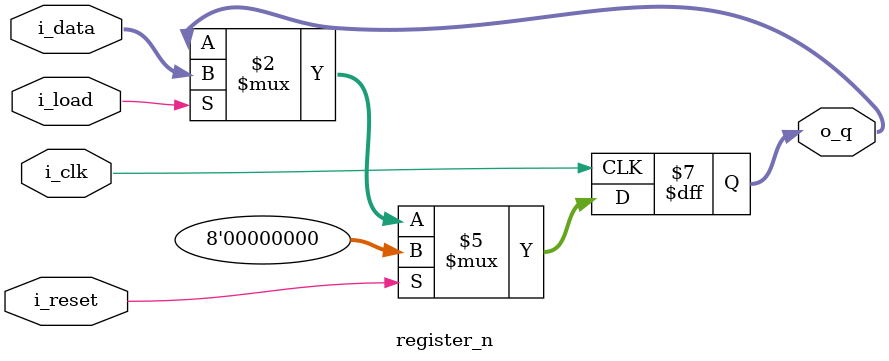
<source format=v>
module register_n #(parameter WIDTH = 8) (
    input  wire             i_clk, i_reset, i_load,
    input  wire [WIDTH-1:0] i_data,
    output reg  [WIDTH-1:0] o_q
);
    always @(posedge i_clk) begin
        if (i_reset)
            o_q <= {WIDTH{1'b0}};
        else if (i_load)
            o_q <= i_data;
    end
endmodule

</source>
